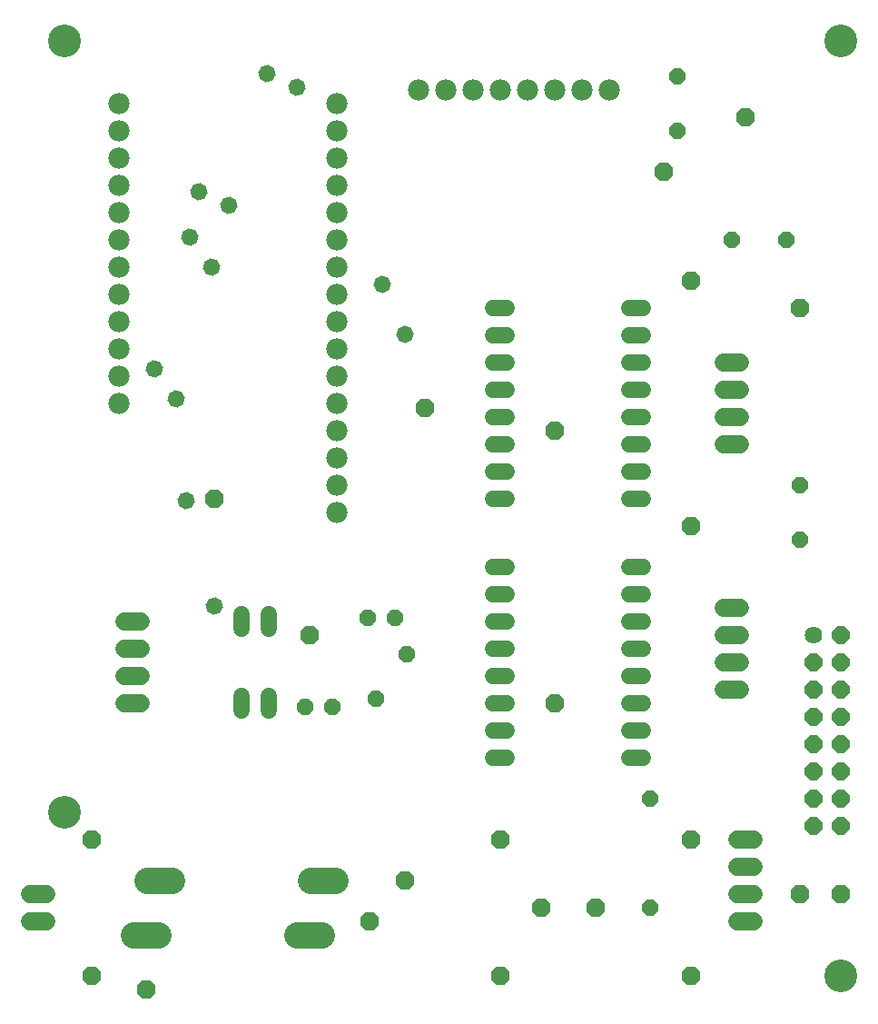
<source format=gbr>
G04 EAGLE Gerber RS-274X export*
G75*
%MOIN*%
%FSLAX34Y34*%
%LPD*%
%INSoldermask Bottom*%
%IPPOS*%
%AMOC8*
5,1,8,0,0,1.08239X$1,22.5*%
G01*
%ADD10C,0.120008*%
%ADD11C,0.068000*%
%ADD12C,0.059496*%
%ADD13C,0.078000*%
%ADD14P,0.064943X8X82.500000*%
%ADD15P,0.064943X8X97.500000*%
%ADD16P,0.064943X8X22.500000*%
%ADD17P,0.064943X8X292.500000*%
%ADD18P,0.064943X8X137.500000*%
%ADD19P,0.064943X8X112.500000*%
%ADD20P,0.073603X8X22.500000*%
%ADD21P,0.064943X8X257.500000*%
%ADD22P,0.064943X8X77.500000*%
%ADD23C,0.060000*%
%ADD24P,0.064943X8X307.500000*%
%ADD25C,0.096500*%
%ADD26C,0.064000*%
%ADD27P,0.069273X8X292.500000*%


D10*
X30500Y36300D03*
X2000Y8000D03*
X2000Y36300D03*
X30500Y2000D03*
D11*
X4800Y15000D02*
X4200Y15000D01*
X4200Y14000D02*
X4800Y14000D01*
X4800Y13000D02*
X4200Y13000D01*
X4200Y12000D02*
X4800Y12000D01*
D12*
X17743Y26500D02*
X18257Y26500D01*
X18257Y25500D02*
X17743Y25500D01*
X17743Y24500D02*
X18257Y24500D01*
X18257Y23500D02*
X17743Y23500D01*
X17743Y22500D02*
X18257Y22500D01*
X18257Y21500D02*
X17743Y21500D01*
X17743Y20500D02*
X18257Y20500D01*
X18257Y19500D02*
X17743Y19500D01*
X22743Y19500D02*
X23257Y19500D01*
X23257Y20500D02*
X22743Y20500D01*
X22743Y21500D02*
X23257Y21500D01*
X23257Y22500D02*
X22743Y22500D01*
X22743Y23500D02*
X23257Y23500D01*
X23257Y24500D02*
X22743Y24500D01*
X22743Y25500D02*
X23257Y25500D01*
X23257Y26500D02*
X22743Y26500D01*
X18257Y17000D02*
X17743Y17000D01*
X17743Y16000D02*
X18257Y16000D01*
X18257Y15000D02*
X17743Y15000D01*
X17743Y14000D02*
X18257Y14000D01*
X18257Y13000D02*
X17743Y13000D01*
X17743Y12000D02*
X18257Y12000D01*
X18257Y11000D02*
X17743Y11000D01*
X17743Y10000D02*
X18257Y10000D01*
X22743Y10000D02*
X23257Y10000D01*
X23257Y11000D02*
X22743Y11000D01*
X22743Y12000D02*
X23257Y12000D01*
X23257Y13000D02*
X22743Y13000D01*
X22743Y14000D02*
X23257Y14000D01*
X23257Y15000D02*
X22743Y15000D01*
X22743Y16000D02*
X23257Y16000D01*
X23257Y17000D02*
X22743Y17000D01*
D13*
X12000Y19000D03*
X12000Y20000D03*
X12000Y21000D03*
X12000Y22000D03*
X12000Y23000D03*
X12000Y24000D03*
X12000Y25000D03*
X12000Y26000D03*
X12000Y27000D03*
X12000Y28000D03*
X12000Y29000D03*
X12000Y30000D03*
X12000Y31000D03*
X12000Y32000D03*
X12000Y33000D03*
X12000Y34000D03*
X4000Y34000D03*
X4000Y33000D03*
X4000Y32000D03*
X4000Y31000D03*
X4000Y30000D03*
X4000Y29000D03*
X4000Y28000D03*
X4000Y27000D03*
X4000Y26000D03*
X4000Y25000D03*
X4000Y24000D03*
X4000Y23000D03*
D14*
X8050Y30285D03*
X10550Y34615D03*
X6950Y30785D03*
X9450Y35115D03*
D15*
X5303Y24285D03*
X6597Y29115D03*
X6103Y23185D03*
X7397Y28015D03*
D16*
X26500Y29000D03*
X28500Y29000D03*
D17*
X29000Y20000D03*
X29000Y18000D03*
D18*
X14523Y25544D03*
X13677Y27356D03*
D19*
X24500Y33000D03*
X24500Y35000D03*
D11*
X26200Y12500D02*
X26800Y12500D01*
X26800Y13500D02*
X26200Y13500D01*
X26200Y14500D02*
X26800Y14500D01*
X26800Y15500D02*
X26200Y15500D01*
D20*
X3000Y7000D03*
X3000Y2000D03*
X18000Y7000D03*
X18000Y2000D03*
X25000Y7000D03*
X25000Y2000D03*
D21*
X13147Y15138D03*
X10853Y11862D03*
D22*
X11853Y11862D03*
X14147Y15138D03*
X13426Y12181D03*
X14574Y13819D03*
D23*
X8500Y12260D02*
X8500Y11740D01*
X9500Y11740D02*
X9500Y12260D01*
X9500Y14740D02*
X9500Y15260D01*
X8500Y15260D02*
X8500Y14740D01*
D24*
X6482Y19432D03*
X7518Y15568D03*
D11*
X26700Y7000D02*
X27300Y7000D01*
X27300Y6000D02*
X26700Y6000D01*
X26700Y5000D02*
X27300Y5000D01*
X27300Y4000D02*
X26700Y4000D01*
X26800Y21500D02*
X26200Y21500D01*
X26200Y22500D02*
X26800Y22500D01*
X26800Y23500D02*
X26200Y23500D01*
X26200Y24500D02*
X26800Y24500D01*
D20*
X15250Y22850D03*
X11000Y14500D03*
X13200Y4000D03*
X7500Y19500D03*
X20000Y22000D03*
X20000Y12000D03*
X24000Y31500D03*
X27000Y33500D03*
D19*
X23500Y4500D03*
X23500Y8500D03*
D20*
X14500Y5500D03*
X30500Y5000D03*
X5000Y1500D03*
X29000Y5000D03*
X21500Y4500D03*
X19500Y4500D03*
X25000Y18500D03*
X25000Y27500D03*
X29000Y26500D03*
D25*
X11943Y5500D02*
X11058Y5500D01*
X5943Y5500D02*
X5058Y5500D01*
X5443Y3500D02*
X4558Y3500D01*
X10558Y3500D02*
X11443Y3500D01*
D26*
X29500Y14500D03*
D27*
X30500Y14500D03*
X29500Y13500D03*
X30500Y13500D03*
X29500Y12500D03*
X30500Y12500D03*
X29500Y11500D03*
X30500Y11500D03*
X29500Y10500D03*
X30500Y10500D03*
X29500Y9500D03*
X30500Y9500D03*
X29500Y8500D03*
X30500Y8500D03*
X29500Y7500D03*
X30500Y7500D03*
D13*
X19000Y34500D03*
X18000Y34500D03*
X20000Y34500D03*
X21000Y34500D03*
X22000Y34500D03*
X17000Y34500D03*
X16000Y34500D03*
X15000Y34500D03*
D11*
X1350Y5000D02*
X750Y5000D01*
X750Y4000D02*
X1350Y4000D01*
M02*

</source>
